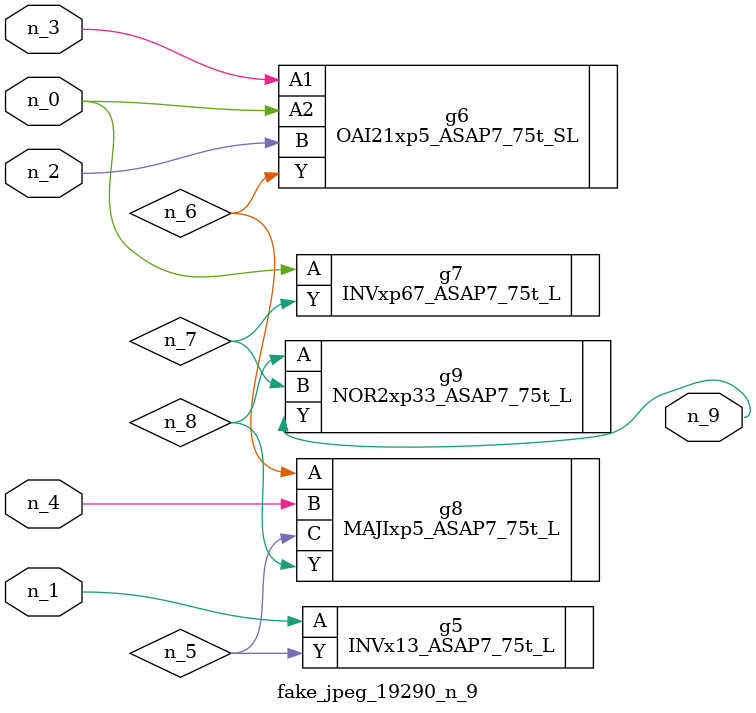
<source format=v>
module fake_jpeg_19290_n_9 (n_3, n_2, n_1, n_0, n_4, n_9);

input n_3;
input n_2;
input n_1;
input n_0;
input n_4;

output n_9;

wire n_8;
wire n_6;
wire n_5;
wire n_7;

INVx13_ASAP7_75t_L g5 ( 
.A(n_1),
.Y(n_5)
);

OAI21xp5_ASAP7_75t_SL g6 ( 
.A1(n_3),
.A2(n_0),
.B(n_2),
.Y(n_6)
);

INVxp67_ASAP7_75t_L g7 ( 
.A(n_0),
.Y(n_7)
);

MAJIxp5_ASAP7_75t_L g8 ( 
.A(n_6),
.B(n_4),
.C(n_5),
.Y(n_8)
);

NOR2xp33_ASAP7_75t_L g9 ( 
.A(n_8),
.B(n_7),
.Y(n_9)
);


endmodule
</source>
